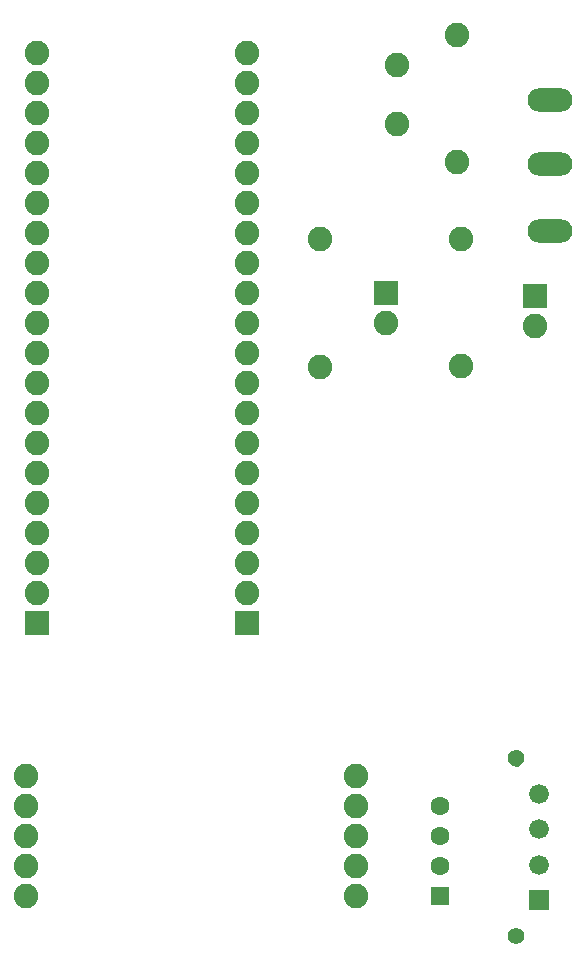
<source format=gts>
G04*
G04 #@! TF.GenerationSoftware,Altium Limited,Altium Designer,22.8.2 (66)*
G04*
G04 Layer_Color=8388736*
%FSLAX25Y25*%
%MOIN*%
G70*
G04*
G04 #@! TF.SameCoordinates,4CFF4697-AE4C-4395-87EC-722ADA673B8C*
G04*
G04*
G04 #@! TF.FilePolarity,Negative*
G04*
G01*
G75*
%ADD14C,0.02800*%
%ADD15C,0.08200*%
%ADD16R,0.08200X0.08200*%
%ADD17R,0.06584X0.06584*%
%ADD18C,0.06584*%
%ADD19C,0.05600*%
%ADD20R,0.06300X0.06300*%
%ADD21C,0.06300*%
%ADD22O,0.14973X0.07887*%
%ADD23R,0.08200X0.08200*%
D14*
X180684Y79830D02*
X180357Y80730D01*
X179527Y81209D01*
X178584Y81042D01*
X177969Y80309D01*
Y79351D01*
X178584Y78618D01*
X179527Y78451D01*
X180357Y78930D01*
X180684Y79830D01*
D15*
X161000Y253059D02*
D03*
Y210500D02*
D03*
X16000Y74000D02*
D03*
Y64000D02*
D03*
Y54000D02*
D03*
Y44000D02*
D03*
Y34000D02*
D03*
X126000D02*
D03*
Y44000D02*
D03*
Y54000D02*
D03*
Y64000D02*
D03*
Y74000D02*
D03*
X19500Y215000D02*
D03*
Y225000D02*
D03*
Y205000D02*
D03*
Y195000D02*
D03*
Y185000D02*
D03*
Y175000D02*
D03*
Y165000D02*
D03*
Y155000D02*
D03*
Y145000D02*
D03*
Y135000D02*
D03*
Y235000D02*
D03*
Y245000D02*
D03*
Y255000D02*
D03*
Y265000D02*
D03*
Y275000D02*
D03*
Y285000D02*
D03*
Y295000D02*
D03*
Y305000D02*
D03*
Y315000D02*
D03*
X89500Y215000D02*
D03*
Y225000D02*
D03*
Y205000D02*
D03*
Y195000D02*
D03*
Y185000D02*
D03*
Y175000D02*
D03*
Y165000D02*
D03*
Y155000D02*
D03*
Y145000D02*
D03*
Y135000D02*
D03*
Y235000D02*
D03*
Y245000D02*
D03*
Y255000D02*
D03*
Y265000D02*
D03*
Y275000D02*
D03*
Y285000D02*
D03*
Y295000D02*
D03*
Y305000D02*
D03*
Y315000D02*
D03*
X159500Y321059D02*
D03*
Y278500D02*
D03*
X114000Y253000D02*
D03*
Y210441D02*
D03*
X136000Y225000D02*
D03*
X185500Y224000D02*
D03*
X139500Y311000D02*
D03*
Y291300D02*
D03*
D16*
X19500Y125000D02*
D03*
X89500D02*
D03*
D17*
X187001Y32586D02*
D03*
D18*
Y44397D02*
D03*
Y56208D02*
D03*
Y68019D02*
D03*
D19*
X179284Y20775D02*
D03*
Y79830D02*
D03*
D20*
X154000Y34000D02*
D03*
D21*
Y44000D02*
D03*
Y54000D02*
D03*
Y64000D02*
D03*
D22*
X190500Y255559D02*
D03*
Y278000D02*
D03*
Y299260D02*
D03*
D23*
X136000Y235000D02*
D03*
X185500Y234000D02*
D03*
M02*

</source>
